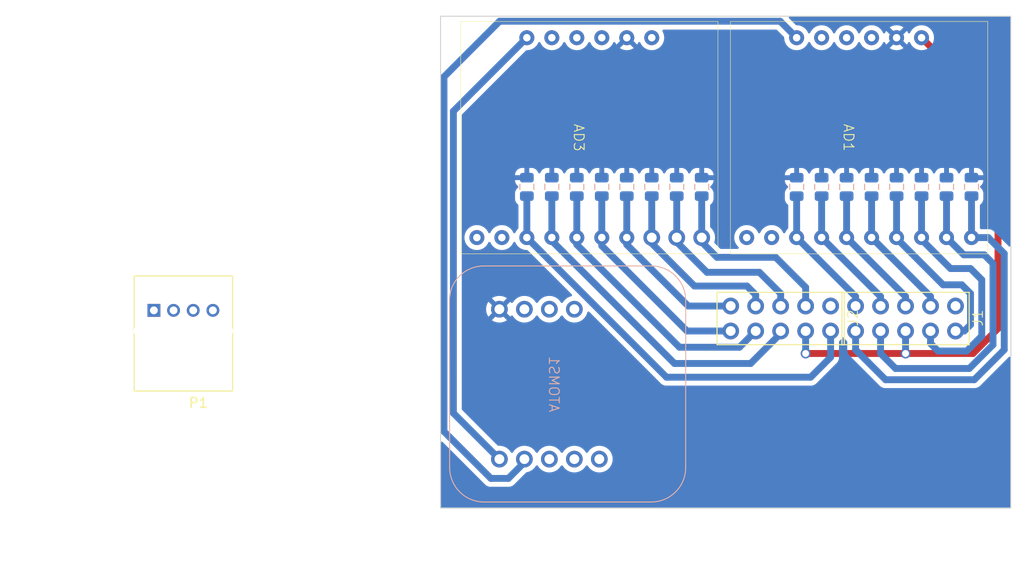
<source format=kicad_pcb>
(kicad_pcb (version 20221018) (generator pcbnew)
  (layers (0 "F.Cu" signal) (31 "B.Cu" signal) (34 "B.Paste" user) (35 "F.Paste" user) (36 "B.SilkS" user "B.Silkscreen") (37 "F.SilkS" user "F.Silkscreen") (38 "B.Mask" user) (39 "F.Mask" user) (44 "Edge.Cuts" user))
  (net 0 "")
  (net 1 "/1_I07")
  (net 2 "/1_I06")
  (net 3 "/1_I05")
  (net 4 "/1_I04")
  (net 5 "+5V")
  (net 6 "/1_I03")
  (net 7 "/1_I02")
  (net 8 "/1_I01")
  (net 9 "/1_I00")
  (net 11 "/2_I07")
  (net 12 "/2_I06")
  (net 13 "/2_I05")
  (net 14 "/2_I04")
  (net 15 "/2_I03")
  (net 16 "/2_I02")
  (net 17 "/2_I00")
  (net 19 "GND2")
  (net 20 "/SCL")
  (net 21 "/SDA")
  (net 22 "/2_I01")
  (net 24 "/G7")
  (net 30 "/G8")
  (footprint "EC_Buying_AD5593:EC Buying AD5593" (layer "F.Cu") (at 54.9656 61.6204 -90)
    (fp_text reference "AD1" (at 0 -10.366 -90 unlocked) (layer "F.SilkS") (effects (font (thickness 0.1))))
    (fp_text value "~")
    (fp_line (start -11.811 -24.511) (end -11.811 1.651) (stroke (width 0.05)) (layer "F.SilkS"))
    (fp_line (start -11.811 -24.511) (end 11.811 -24.511) (stroke (width 0.05)) (layer "F.SilkS"))
    (fp_line (start 11.811 -24.511) (end 11.811 1.651) (stroke (width 0.05)) (layer "F.SilkS"))
    (fp_line (start 11.811 1.651) (end -11.811 1.651) (stroke (width 0.05)) (layer "F.SilkS"))
    (pad "1" thru_hole circle (at -10.16 -17.78 270) (size 1.524 1.524) (drill 0.762) (layers "*.Cu" "*.Mask") (net 5 "+5V"))
    (pad "2" thru_hole circle (at -10.16 -15.24 270) (size 1.524 1.524) (drill 0.762) (layers "*.Cu" "*.Mask") (net 19 "GND2"))
    (pad "3" thru_hole circle (at -10.16 -12.7 270) (size 1.524 1.524) (drill 0.762) (layers "*.Cu" "*.Mask") (net 20 "/SCL"))
    (pad "4" thru_hole circle (at -10.16 -10.16 270) (size 1.524 1.524) (drill 0.762) (layers "*.Cu" "*.Mask") (net 21 "/SDA"))
    (pad "5" thru_hole circle (at -10.16 -7.62 270) (size 1.524 1.524) (drill 0.762) (layers "*.Cu" "*.Mask"))
    (pad "6" thru_hole circle (at -10.16 -5.08 270) (size 1.524 1.524) (drill 0.762) (layers "*.Cu" "*.Mask") (net 24 "/G7"))
    (pad "7" thru_hole circle (at 10.16 0 270) (size 1.524 1.524) (drill 0.762) (layers "*.Cu" "*.Mask"))
    (pad "8" thru_hole circle (at 10.16 -2.54 270) (size 1.524 1.524) (drill 0.762) (layers "*.Cu" "*.Mask"))
    (pad "9" thru_hole circle (at 10.16 -5.08 270) (size 1.524 1.524) (drill 0.762) (layers "*.Cu" "*.Mask") (net 6 "/1_I03"))
    (pad "10" thru_hole circle (at 10.16 -7.62 270) (size 1.524 1.524) (drill 0.762) (layers "*.Cu" "*.Mask") (net 7 "/1_I02"))
    (pad "11" thru_hole circle (at 10.16 -10.16 270) (size 1.524 1.524) (drill 0.762) (layers "*.Cu" "*.Mask") (net 8 "/1_I01"))
    (pad "12" thru_hole circle (at 10.16 -12.7 270) (size 1.524 1.524) (drill 0.762) (layers "*.Cu" "*.Mask") (net 9 "/1_I00"))
    (pad "13" thru_hole circle (at 10.16 -15.24 270) (size 1.524 1.524) (drill 0.762) (layers "*.Cu" "*.Mask") (net 17 "/2_I00"))
    (pad "14" thru_hole circle (at 10.16 -17.78 270) (size 1.524 1.524) (drill 0.762) (layers "*.Cu" "*.Mask") (net 22 "/2_I01"))
    (pad "15" thru_hole circle (at 10.16 -20.32 270) (size 1.524 1.524) (drill 0.762) (layers "*.Cu" "*.Mask") (net 16 "/2_I02"))
    (pad "16" thru_hole circle (at 10.16 -22.86 270) (size 1.524 1.524) (drill 0.762) (layers "*.Cu" "*.Mask") (net 15 "/2_I03"))
  )
  (footprint "EC_Buying_AD5593:EC Buying AD5593" (layer "F.Cu") (at 27.5336 61.6204 -90)
    (fp_text reference "AD3" (at 0 -10.366 -90 unlocked) (layer "F.SilkS") (effects (font (thickness 0.1))))
    (fp_text value "~")
    (fp_line (start -11.811 -24.511) (end -11.811 1.651) (stroke (width 0.05)) (layer "F.SilkS"))
    (fp_line (start -11.811 -24.511) (end 11.811 -24.511) (stroke (width 0.05)) (layer "F.SilkS"))
    (fp_line (start 11.811 -24.511) (end 11.811 1.651) (stroke (width 0.05)) (layer "F.SilkS"))
    (fp_line (start 11.811 1.651) (end -11.811 1.651) (stroke (width 0.05)) (layer "F.SilkS"))
    (pad "1" thru_hole circle (at -10.16 -17.78 270) (size 1.524 1.524) (drill 0.762) (layers "*.Cu" "*.Mask") (net 5 "+5V"))
    (pad "2" thru_hole circle (at -10.16 -15.24 270) (size 1.524 1.524) (drill 0.762) (layers "*.Cu" "*.Mask") (net 19 "GND2"))
    (pad "3" thru_hole circle (at -10.16 -12.7 270) (size 1.524 1.524) (drill 0.762) (layers "*.Cu" "*.Mask") (net 20 "/SCL"))
    (pad "4" thru_hole circle (at -10.16 -10.16 270) (size 1.524 1.524) (drill 0.762) (layers "*.Cu" "*.Mask") (net 21 "/SDA"))
    (pad "5" thru_hole circle (at -10.16 -7.62 270) (size 1.524 1.524) (drill 0.762) (layers "*.Cu" "*.Mask"))
    (pad "6" thru_hole circle (at -10.16 -5.08 270) (size 1.524 1.524) (drill 0.762) (layers "*.Cu" "*.Mask") (net 30 "/G8"))
    (pad "7" thru_hole circle (at 10.16 0 270) (size 1.524 1.524) (drill 0.762) (layers "*.Cu" "*.Mask"))
    (pad "8" thru_hole circle (at 10.16 -2.54 270) (size 1.524 1.524) (drill 0.762) (layers "*.Cu" "*.Mask"))
    (pad "9" thru_hole circle (at 10.16 -5.08 270) (size 1.524 1.524) (drill 0.762) (layers "*.Cu" "*.Mask") (net 14 "/2_I04"))
    (pad "10" thru_hole circle (at 10.16 -7.62 270) (size 1.524 1.524) (drill 0.762) (layers "*.Cu" "*.Mask") (net 13 "/2_I05"))
    (pad "11" thru_hole circle (at 10.16 -10.16 270) (size 1.524 1.524) (drill 0.762) (layers "*.Cu" "*.Mask") (net 12 "/2_I06"))
    (pad "12" thru_hole circle (at 10.16 -12.7 270) (size 1.524 1.524) (drill 0.762) (layers "*.Cu" "*.Mask") (net 11 "/2_I07"))
    (pad "13" thru_hole circle (at 10.16 -15.24 270) (size 1.524 1.524) (drill 0.762) (layers "*.Cu" "*.Mask") (net 1 "/1_I07"))
    (pad "14" thru_hole circle (at 10.16 -17.78 270) (size 1.7 1.7) (drill 1) (layers "*.Cu" "*.Mask") (net 2 "/1_I06"))
    (pad "15" thru_hole circle (at 10.16 -20.32 270) (size 1.7 1.7) (drill 1) (layers "*.Cu" "*.Mask") (net 3 "/1_I05"))
    (pad "16" thru_hole circle (at 10.16 -22.86 270) (size 1.7 1.7) (drill 1) (layers "*.Cu" "*.Mask") (net 4 "/1_I04"))
  )
  (footprint "PCM_4ms_Connector:Pins_2x05_2.54mm_TH" (layer "F.Cu") (at 71.12 80.01 -90)
    (fp_text reference "J1" (at -0.05 -7.35 90) (layer "F.SilkS") (effects (font (thickness 0.1))))
    (fp_text value "Pins_02x05" hide)
    (fp_line (start -2.66 -6.47) (end -2.66 6.47) (stroke (width 0.12)) (layer "F.SilkS"))
    (fp_line (start -2.66 6.47) (end 2.66 6.47) (stroke (width 0.12)) (layer "F.SilkS"))
    (fp_line (start 2.66 -6.47) (end -2.66 -6.47) (stroke (width 0.12)) (layer "F.SilkS"))
    (fp_line (start 2.66 6.47) (end 2.66 -6.47) (stroke (width 0.12)) (layer "F.SilkS"))
    (pad "1" thru_hole oval (at -1.27 -5.08 270) (size 1.7 1.7) (drill 1) (layers "*.Cu" "*.Mask"))
    (pad "2" thru_hole oval (at 1.27 -5.08 270) (size 1.7 1.7) (drill 1) (layers "*.Cu" "*.Mask") (net 17 "/2_I00"))
    (pad "3" thru_hole oval (at -1.27 -2.54 270) (size 1.7 1.7) (drill 1) (layers "*.Cu" "*.Mask") (net 9 "/1_I00"))
    (pad "4" thru_hole oval (at 1.27 -2.54 270) (size 1.7 1.7) (drill 1) (layers "*.Cu" "*.Mask") (net 22 "/2_I01"))
    (pad "5" thru_hole oval (at -1.27 0 270) (size 1.7 1.7) (drill 1) (layers "*.Cu" "*.Mask") (net 8 "/1_I01"))
    (pad "6" thru_hole oval (at 1.27 0 270) (size 1.7 1.7) (drill 1) (layers "*.Cu" "*.Mask") (net 5 "+5V"))
    (pad "7" thru_hole oval (at -1.27 2.54 270) (size 1.7 1.7) (drill 1) (layers "*.Cu" "*.Mask") (net 7 "/1_I02"))
    (pad "8" thru_hole oval (at 1.27 2.54 270) (size 1.7 1.7) (drill 1) (layers "*.Cu" "*.Mask") (net 16 "/2_I02"))
    (pad "9" thru_hole oval (at -1.27 5.08 270) (size 1.7 1.7) (drill 1) (layers "*.Cu" "*.Mask") (net 6 "/1_I03"))
    (pad "10" thru_hole oval (at 1.27 5.08 270) (size 1.7 1.7) (drill 1) (layers "*.Cu" "*.Mask") (net 15 "/2_I03"))
  )
  (footprint "PCM_4ms_Connector:Pins_2x05_2.54mm_TH" (layer "F.Cu") (at 58.42 80.01 -90)
    (fp_text reference "J2" (at -0.05 -7.35 90) (layer "F.SilkS") (effects (font (thickness 0.1))))
    (fp_text value "Pins_02x05" hide)
    (fp_line (start -2.66 -6.47) (end -2.66 6.47) (stroke (width 0.12)) (layer "F.SilkS"))
    (fp_line (start -2.66 6.47) (end 2.66 6.47) (stroke (width 0.12)) (layer "F.SilkS"))
    (fp_line (start 2.66 -6.47) (end -2.66 -6.47) (stroke (width 0.12)) (layer "F.SilkS"))
    (fp_line (start 2.66 6.47) (end 2.66 -6.47) (stroke (width 0.12)) (layer "F.SilkS"))
    (pad "1" thru_hole oval (at -1.27 -5.08 270) (size 1.7 1.7) (drill 1) (layers "*.Cu" "*.Mask"))
    (pad "2" thru_hole oval (at 1.27 -5.08 270) (size 1.7 1.7) (drill 1) (layers "*.Cu" "*.Mask") (net 14 "/2_I04"))
    (pad "3" thru_hole oval (at -1.27 -2.54 270) (size 1.7 1.7) (drill 1) (layers "*.Cu" "*.Mask") (net 4 "/1_I04"))
    (pad "4" thru_hole oval (at 1.27 -2.54 270) (size 1.7 1.7) (drill 1) (layers "*.Cu" "*.Mask") (net 5 "+5V"))
    (pad "5" thru_hole oval (at -1.27 0 270) (size 1.7 1.7) (drill 1) (layers "*.Cu" "*.Mask") (net 3 "/1_I05"))
    (pad "6" thru_hole oval (at 1.27 0 270) (size 1.7 1.7) (drill 1) (layers "*.Cu" "*.Mask") (net 13 "/2_I05"))
    (pad "7" thru_hole oval (at -1.27 2.54 270) (size 1.7 1.7) (drill 1) (layers "*.Cu" "*.Mask") (net 2 "/1_I06"))
    (pad "8" thru_hole oval (at 1.27 2.54 270) (size 1.7 1.7) (drill 1) (layers "*.Cu" "*.Mask") (net 12 "/2_I06"))
    (pad "9" thru_hole oval (at -1.27 5.08 270) (size 1.7 1.7) (drill 1) (layers "*.Cu" "*.Mask") (net 1 "/1_I07"))
    (pad "10" thru_hole oval (at 1.27 5.08 270) (size 1.7 1.7) (drill 1) (layers "*.Cu" "*.Mask") (net 11 "/2_I07"))
  )
  (footprint "Conector Grove:JST_S04B-PASK-2(LF)(SN)" (layer "F.Cu") (at -2.3072 79.18 180)
    (fp_text reference "P1" (at -1.527875 -9.402665 180) (layer "F.SilkS") (effects (font (size 1.001882 1.001882))))
    (fp_text value "S04B-PASK-2(LF)(SN)")
    (fp_line (start -5 -8.2) (end 5 -8.2) (stroke (width 0.127)) (layer "F.SilkS"))
    (fp_line (start -5 3.5) (end -5 -8.2) (stroke (width 0.127)) (layer "F.SilkS"))
    (fp_line (start 5 -8.2) (end 5 3.5) (stroke (width 0.127)) (layer "F.SilkS"))
    (fp_line (start 5 3.5) (end -5 3.5) (stroke (width 0.127)) (layer "F.SilkS"))
    (pad "" np_thru_hole circle (at -4.5 -2.1 180) (size 1.1 1.1) (drill 1.1) (layers "*.Cu" "*.Mask"))
    (pad "" np_thru_hole circle (at 4.5 -2.1 180) (size 1.1 1.1) (drill 1.1) (layers "*.Cu" "*.Mask"))
    (pad "1" thru_hole rect (at 3 0 180) (size 1.308 1.308) (drill 0.8) (layers "*.Cu" "*.Mask") (net 19 "GND2"))
    (pad "2" thru_hole circle (at 1 0 180) (size 1.308 1.308) (drill 0.8) (layers "*.Cu" "*.Mask") (net 5 "+5V"))
    (pad "3" thru_hole circle (at -1 0 180) (size 1.308 1.308) (drill 0.8) (layers "*.Cu" "*.Mask") (net 21 "/SDA"))
    (pad "4" thru_hole circle (at -3 0 180) (size 1.308 1.308) (drill 0.8) (layers "*.Cu" "*.Mask") (net 20 "/SCL"))
  )
  (footprint "PCM_4ms_Resistor:R_0805_2012Metric" (layer "B.Cu") (at 75.2856 66.6265 90)
    (fp_text reference "R11" hide)
    (fp_text value "R_US" hide)
    (fp_line (start -0.258578 -0.71) (end 0.258578 -0.71) (stroke (width 0.12)) (layer "B.SilkS"))
    (fp_line (start -0.258578 0.71) (end 0.258578 0.71) (stroke (width 0.12)) (layer "B.SilkS"))
    (pad "1" smd roundrect (at -0.9375 0 90) (size 0.975 1.4) (layers "B.Cu" "B.Paste" "B.Mask") (net 16 "/2_I02"))
    (pad "2" smd roundrect (at 0.9375 0 90) (size 0.975 1.4) (layers "B.Cu" "B.Paste" "B.Mask") (net 19 "GND2"))
  )
  (footprint "PCM_4ms_Resistor:R_0805_2012Metric" (layer "B.Cu") (at 42.7736 66.6265 90)
    (fp_text reference "R8" hide)
    (fp_text value "R_US" hide)
    (fp_line (start -0.258578 -0.71) (end 0.258578 -0.71) (stroke (width 0.12)) (layer "B.SilkS"))
    (fp_line (start -0.258578 0.71) (end 0.258578 0.71) (stroke (width 0.12)) (layer "B.SilkS"))
    (pad "1" smd roundrect (at -0.9375 0 90) (size 0.975 1.4) (layers "B.Cu" "B.Paste" "B.Mask") (net 1 "/1_I07"))
    (pad "2" smd roundrect (at 0.9375 0 90) (size 0.975 1.4) (layers "B.Cu" "B.Paste" "B.Mask") (net 19 "GND2"))
  )
  (footprint "PCM_4ms_Resistor:R_0805_2012Metric" (layer "B.Cu") (at 65.1256 66.6288 90)
    (fp_text reference "R2" hide)
    (fp_text value "R_US" hide)
    (fp_line (start -0.258578 -0.71) (end 0.258578 -0.71) (stroke (width 0.12)) (layer "B.SilkS"))
    (fp_line (start -0.258578 0.71) (end 0.258578 0.71) (stroke (width 0.12)) (layer "B.SilkS"))
    (pad "1" smd roundrect (at -0.9375 0 90) (size 0.975 1.4) (layers "B.Cu" "B.Paste" "B.Mask") (net 8 "/1_I01"))
    (pad "2" smd roundrect (at 0.9375 0 90) (size 0.975 1.4) (layers "B.Cu" "B.Paste" "B.Mask") (net 19 "GND2"))
  )
  (footprint "PCM_4ms_Resistor:R_0805_2012Metric" (layer "B.Cu") (at 77.8256 66.6242 90)
    (fp_text reference "R12" hide)
    (fp_text value "R_US" hide)
    (fp_line (start -0.258578 -0.71) (end 0.258578 -0.71) (stroke (width 0.12)) (layer "B.SilkS"))
    (fp_line (start -0.258578 0.71) (end 0.258578 0.71) (stroke (width 0.12)) (layer "B.SilkS"))
    (pad "1" smd roundrect (at -0.9375 0 90) (size 0.975 1.4) (layers "B.Cu" "B.Paste" "B.Mask") (net 15 "/2_I03"))
    (pad "2" smd roundrect (at 0.9375 0 90) (size 0.975 1.4) (layers "B.Cu" "B.Paste" "B.Mask") (net 19 "GND2"))
  )
  (footprint "PCM_4ms_Resistor:R_0805_2012Metric" (layer "B.Cu") (at 70.2056 66.6265 90)
    (fp_text reference "R9" hide)
    (fp_text value "R_US" hide)
    (fp_line (start -0.258578 -0.71) (end 0.258578 -0.71) (stroke (width 0.12)) (layer "B.SilkS"))
    (fp_line (start -0.258578 0.71) (end 0.258578 0.71) (stroke (width 0.12)) (layer "B.SilkS"))
    (pad "1" smd roundrect (at -0.9375 0 90) (size 0.975 1.4) (layers "B.Cu" "B.Paste" "B.Mask") (net 17 "/2_I00"))
    (pad "2" smd roundrect (at 0.9375 0 90) (size 0.975 1.4) (layers "B.Cu" "B.Paste" "B.Mask") (net 19 "GND2"))
  )
  (footprint "PCM_4ms_Resistor:R_0805_2012Metric" (layer "B.Cu") (at 45.3136 66.6265 90)
    (fp_text reference "R7" hide)
    (fp_text value "R_US" hide)
    (fp_line (start -0.258578 -0.71) (end 0.258578 -0.71) (stroke (width 0.12)) (layer "B.SilkS"))
    (fp_line (start -0.258578 0.71) (end 0.258578 0.71) (stroke (width 0.12)) (layer "B.SilkS"))
    (pad "1" smd roundrect (at -0.9375 0 90) (size 0.975 1.4) (layers "B.Cu" "B.Paste" "B.Mask") (net 2 "/1_I06"))
    (pad "2" smd roundrect (at 0.9375 0 90) (size 0.975 1.4) (layers "B.Cu" "B.Paste" "B.Mask") (net 19 "GND2"))
  )
  (footprint "PCM_4ms_Resistor:R_0805_2012Metric" (layer "B.Cu") (at 32.6136 66.6242 90)
    (fp_text reference "R13" hide)
    (fp_text value "R_US" hide)
    (fp_line (start -0.258578 -0.71) (end 0.258578 -0.71) (stroke (width 0.12)) (layer "B.SilkS"))
    (fp_line (start -0.258578 0.71) (end 0.258578 0.71) (stroke (width 0.12)) (layer "B.SilkS"))
    (pad "1" smd roundrect (at -0.9375 0 90) (size 0.975 1.4) (layers "B.Cu" "B.Paste" "B.Mask") (net 14 "/2_I04"))
    (pad "2" smd roundrect (at 0.9375 0 90) (size 0.975 1.4) (layers "B.Cu" "B.Paste" "B.Mask") (net 19 "GND2"))
  )
  (footprint "PCM_4ms_Resistor:R_0805_2012Metric" (layer "B.Cu") (at 62.5856 66.6288 90)
    (fp_text reference "R3" hide)
    (fp_text value "R_US" hide)
    (fp_line (start -0.258578 -0.71) (end 0.258578 -0.71) (stroke (width 0.12)) (layer "B.SilkS"))
    (fp_line (start -0.258578 0.71) (end 0.258578 0.71) (stroke (width 0.12)) (layer "B.SilkS"))
    (pad "1" smd roundrect (at -0.9375 0 90) (size 0.975 1.4) (layers "B.Cu" "B.Paste" "B.Mask") (net 7 "/1_I02"))
    (pad "2" smd roundrect (at 0.9375 0 90) (size 0.975 1.4) (layers "B.Cu" "B.Paste" "B.Mask") (net 19 "GND2"))
  )
  (footprint "ATOM_S3:ATOM_S3" (layer "B.Cu") (at 32.3638 87.3648 90)
    (fp_text reference "ATOMS1" (at 0.68 3 270 unlocked) (layer "B.SilkS") (effects (font (thickness 0.1)) (justify mirror)))
    (fp_text value "~")
    (fp_line (start -11.3 12.9) (end -11.3 -4.1) (stroke (width 0.1)) (layer "B.SilkS"))
    (fp_line (start 9.2 -7.62) (end -7.8 -7.6) (stroke (width 0.1)) (layer "B.SilkS"))
    (fp_line (start 9.2 16.4) (end -7.8 16.4) (stroke (width 0.1)) (layer "B.SilkS"))
    (fp_line (start 12.7 -4.12) (end 12.7 12.9) (stroke (width 0.1)) (layer "B.SilkS"))
    (fp_arc (start -11.3 -4.1) (mid -10.274874 -6.574874) (end -7.8 -7.6) (stroke (width 0.1)) (layer "B.SilkS"))
    (fp_arc (start -7.8 16.4) (mid -10.274874 15.374874) (end -11.3 12.9) (stroke (width 0.1)) (layer "B.SilkS"))
    (fp_arc (start 9.2 -7.62) (mid 11.674874 -6.594874) (end 12.7 -4.12) (stroke (width 0.1)) (layer "B.SilkS"))
    (fp_arc (start 12.7 12.9) (mid 11.674874 15.374874) (end 9.2 16.4) (stroke (width 0.1)) (layer "B.SilkS"))
    (pad "1" thru_hole circle (at -6.94 7.62 90) (size 1.7 1.7) (drill 1) (layers "*.Cu" "*.Mask"))
    (pad "2" thru_hole circle (at -6.94 5.08 90) (size 1.7 1.7) (drill 1) (layers "*.Cu" "*.Mask"))
    (pad "3" thru_hole circle (at -6.94 2.54 90) (size 1.7 1.7) (drill 1) (layers "*.Cu" "*.Mask"))
    (pad "4" thru_hole circle (at -6.94 0 90) (size 1.7 1.7) (drill 1) (layers "*.Cu" "*.Mask") (net 24 "/G7"))
    (pad "5" thru_hole circle (at -6.94 -2.54 90) (size 1.7 1.7) (drill 1) (layers "*.Cu" "*.Mask") (net 30 "/G8"))
    (pad "10" thru_hole circle (at 8.3 -2.54 90) (size 1.7 1.7) (drill 1) (layers "*.Cu" "*.Mask") (net 19 "GND2"))
    (pad "11" thru_hole circle (at 8.3 0 90) (size 1.7 1.7) (drill 1) (layers "*.Cu" "*.Mask") (net 5 "+5V"))
    (pad "12" thru_hole circle (at 8.3 2.54 90) (size 1.7 1.7) (drill 1) (layers "*.Cu" "*.Mask"))
    (pad "13" thru_hole circle (at 8.3 5.08 90) (size 1.7 1.7) (drill 1) (layers "*.Cu" "*.Mask"))
  )
  (footprint "PCM_4ms_Resistor:R_0805_2012Metric" (layer "B.Cu") (at 40.2336 66.6242 90)
    (fp_text reference "R16" hide)
    (fp_text value "R_US" hide)
    (fp_line (start -0.258578 -0.71) (end 0.258578 -0.71) (stroke (width 0.12)) (layer "B.SilkS"))
    (fp_line (start -0.258578 0.71) (end 0.258578 0.71) (stroke (width 0.12)) (layer "B.SilkS"))
    (pad "1" smd roundrect (at -0.9375 0 90) (size 0.975 1.4) (layers "B.Cu" "B.Paste" "B.Mask") (net 11 "/2_I07"))
    (pad "2" smd roundrect (at 0.9375 0 90) (size 0.975 1.4) (layers "B.Cu" "B.Paste" "B.Mask") (net 19 "GND2"))
  )
  (footprint "PCM_4ms_Resistor:R_0805_2012Metric" (layer "B.Cu") (at 47.8536 66.6265 90)
    (fp_text reference "R6" hide)
    (fp_text value "R_US" hide)
    (fp_line (start -0.258578 -0.71) (end 0.258578 -0.71) (stroke (width 0.12)) (layer "B.SilkS"))
    (fp_line (start -0.258578 0.71) (end 0.258578 0.71) (stroke (width 0.12)) (layer "B.SilkS"))
    (pad "1" smd roundrect (at -0.9375 0 90) (size 0.975 1.4) (layers "B.Cu" "B.Paste" "B.Mask") (net 3 "/1_I05"))
    (pad "2" smd roundrect (at 0.9375 0 90) (size 0.975 1.4) (layers "B.Cu" "B.Paste" "B.Mask") (net 19 "GND2"))
  )
  (footprint "PCM_4ms_Resistor:R_0805_2012Metric" (layer "B.Cu") (at 35.1536 66.6242 90)
    (fp_text reference "R14" hide)
    (fp_text value "R_US" hide)
    (fp_line (start -0.258578 -0.71) (end 0.258578 -0.71) (stroke (width 0.12)) (layer "B.SilkS"))
    (fp_line (start -0.258578 0.71) (end 0.258578 0.71) (stroke (width 0.12)) (layer "B.SilkS"))
    (pad "1" smd roundrect (at -0.9375 0 90) (size 0.975 1.4) (layers "B.Cu" "B.Paste" "B.Mask") (net 13 "/2_I05"))
    (pad "2" smd roundrect (at 0.9375 0 90) (size 0.975 1.4) (layers "B.Cu" "B.Paste" "B.Mask") (net 19 "GND2"))
  )
  (footprint "PCM_4ms_Resistor:R_0805_2012Metric" (layer "B.Cu") (at 50.3936 66.6265 90)
    (fp_text reference "R5" hide)
    (fp_text value "R_US" hide)
    (fp_line (start -0.258578 -0.71) (end 0.258578 -0.71) (stroke (width 0.12)) (layer "B.SilkS"))
    (fp_line (start -0.258578 0.71) (end 0.258578 0.71) (stroke (width 0.12)) (layer "B.SilkS"))
    (pad "1" smd roundrect (at -0.9375 0 90) (size 0.975 1.4) (layers "B.Cu" "B.Paste" "B.Mask") (net 4 "/1_I04"))
    (pad "2" smd roundrect (at 0.9375 0 90) (size 0.975 1.4) (layers "B.Cu" "B.Paste" "B.Mask") (net 19 "GND2"))
  )
  (footprint "PCM_4ms_Resistor:R_0805_2012Metric" (layer "B.Cu") (at 72.7456 66.6265 90)
    (fp_text reference "R10" hide)
    (fp_text value "R_US" hide)
    (fp_line (start -0.258578 -0.71) (end 0.258578 -0.71) (stroke (width 0.12)) (layer "B.SilkS"))
    (fp_line (start -0.258578 0.71) (end 0.258578 0.71) (stroke (width 0.12)) (layer "B.SilkS"))
    (pad "1" smd roundrect (at -0.9375 0 90) (size 0.975 1.4) (layers "B.Cu" "B.Paste" "B.Mask") (net 22 "/2_I01"))
    (pad "2" smd roundrect (at 0.9375 0 90) (size 0.975 1.4) (layers "B.Cu" "B.Paste" "B.Mask") (net 19 "GND2"))
  )
  (footprint "PCM_4ms_Resistor:R_0805_2012Metric" (layer "B.Cu") (at 37.6936 66.6242 90)
    (fp_text reference "R15" hide)
    (fp_text value "R_US" hide)
    (fp_line (start -0.258578 -0.71) (end 0.258578 -0.71) (stroke (width 0.12)) (layer "B.SilkS"))
    (fp_line (start -0.258578 0.71) (end 0.258578 0.71) (stroke (width 0.12)) (layer "B.SilkS"))
    (pad "1" smd roundrect (at -0.9375 0 90) (size 0.975 1.4) (layers "B.Cu" "B.Paste" "B.Mask") (net 12 "/2_I06"))
    (pad "2" smd roundrect (at 0.9375 0 90) (size 0.975 1.4) (layers "B.Cu" "B.Paste" "B.Mask") (net 19 "GND2"))
  )
  (footprint "PCM_4ms_Resistor:R_0805_2012Metric" (layer "B.Cu") (at 60.0456 66.6288 90)
    (fp_text reference "R4" hide)
    (fp_text value "R_US" hide)
    (fp_line (start -0.258578 -0.71) (end 0.258578 -0.71) (stroke (width 0.12)) (layer "B.SilkS"))
    (fp_line (start -0.258578 0.71) (end 0.258578 0.71) (stroke (width 0.12)) (layer "B.SilkS"))
    (pad "1" smd roundrect (at -0.9375 0 90) (size 0.975 1.4) (layers "B.Cu" "B.Paste" "B.Mask") (net 6 "/1_I03"))
    (pad "2" smd roundrect (at 0.9375 0 90) (size 0.975 1.4) (layers "B.Cu" "B.Paste" "B.Mask") (net 19 "GND2"))
  )
  (footprint "PCM_4ms_Resistor:R_0805_2012Metric" (layer "B.Cu") (at 67.6656 66.6288 90)
    (fp_text reference "R1" hide)
    (fp_text value "R_US" hide)
    (fp_line (start -0.258578 -0.71) (end 0.258578 -0.71) (stroke (width 0.12)) (layer "B.SilkS"))
    (fp_line (start -0.258578 0.71) (end 0.258578 0.71) (stroke (width 0.12)) (layer "B.SilkS"))
    (pad "1" smd roundrect (at -0.9375 0 90) (size 0.975 1.4) (layers "B.Cu" "B.Paste" "B.Mask") (net 9 "/1_I00"))
    (pad "2" smd roundrect (at 0.9375 0 90) (size 0.975 1.4) (layers "B.Cu" "B.Paste" "B.Mask") (net 19 "GND2"))
  )
  (gr_rect (start 23.8379 49.276) (end 81.8261 99.2886) (stroke (width 0.1)) (fill none) (layer "Edge.Cuts"))
  (segment (start 42.7736 71.7804) (end 42.7736 67.564) (width 0.7) (layer "B.Cu") (net 1))
  (segment (start 53.34 78.74) (end 49.022 78.74) (width 0.7) (layer "B.Cu") (net 1))
  (segment (start 49.022 78.74) (end 42.7736 72.4916) (width 0.7) (layer "B.Cu") (net 1))
  (segment (start 42.7736 72.4916) (end 42.7736 71.7804) (width 0.7) (layer "B.Cu") (net 1))
  (segment (start 45.3136 71.7804) (end 45.3136 67.564) (width 0.7) (layer "B.Cu") (net 2))
  (segment (start 55.88 77.597) (end 55.88 78.74) (width 0.7) (layer "B.Cu") (net 2))
  (segment (start 54.991 76.708) (end 55.88 77.597) (width 0.7) (layer "B.Cu") (net 2))
  (segment (start 45.3136 71.7804) (end 45.3136 72.3646) (width 0.7) (layer "B.Cu") (net 2))
  (segment (start 49.657 76.708) (end 54.991 76.708) (width 0.7) (layer "B.Cu") (net 2))
  (segment (start 45.3136 72.3646) (end 49.657 76.708) (width 0.7) (layer "B.Cu") (net 2))
  (segment (start 47.8536 71.7804) (end 47.8536 67.564) (width 0.7) (layer "B.Cu") (net 3))
  (segment (start 47.8536 71.7804) (end 47.8536 72.2376) (width 0.7) (layer "B.Cu") (net 3))
  (segment (start 47.8536 72.2376) (end 50.927 75.311) (width 0.7) (layer "B.Cu") (net 3))
  (segment (start 50.927 75.311) (end 56.261 75.311) (width 0.7) (layer "B.Cu") (net 3))
  (segment (start 58.42 77.47) (end 58.42 78.74) (width 0.7) (layer "B.Cu") (net 3))
  (segment (start 56.261 75.311) (end 58.42 77.47) (width 0.7) (layer "B.Cu") (net 3))
  (segment (start 57.912 73.787) (end 60.96 76.835) (width 0.7) (layer "B.Cu") (net 4))
  (segment (start 60.96 76.835) (end 60.96 78.74) (width 0.7) (layer "B.Cu") (net 4))
  (segment (start 51.943 73.787) (end 57.912 73.787) (width 0.7) (layer "B.Cu") (net 4))
  (segment (start 50.3936 71.7804) (end 50.3936 72.2376) (width 0.7) (layer "B.Cu") (net 4))
  (segment (start 50.3936 71.7804) (end 50.3936 67.564) (width 0.7) (layer "B.Cu") (net 4))
  (segment (start 50.3936 72.2376) (end 51.943 73.787) (width 0.7) (layer "B.Cu") (net 4))
  (segment (start 71.12 83.566) (end 77.978 83.566) (width 0.7) (layer "F.Cu") (net 5))
  (segment (start 77.978 83.566) (end 80.518 81.026) (width 0.7) (layer "F.Cu") (net 5))
  (segment (start 80.518 59.2328) (end 72.7456 51.4604) (width 0.7) (layer "F.Cu") (net 5))
  (segment (start 80.518 81.026) (end 80.518 59.2328) (width 0.7) (layer "F.Cu") (net 5))
  (segment (start 60.96 83.566) (end 71.12 83.566) (width 0.7) (layer "F.Cu") (net 5))
  (via (at 71.12 83.566) (size 1) (drill 0.7) (layers "F.Cu" "B.Cu") (net 5))
  (via (at 60.96 83.566) (size 1) (drill 0.7) (layers "F.Cu" "B.Cu") (net 5))
  (segment (start 60.96 83.566) (end 60.96 81.28) (width 0.7) (layer "B.Cu") (net 5))
  (segment (start 71.12 83.566) (end 71.12 81.28) (width 0.7) (layer "B.Cu") (net 5))
  (segment (start 60.0456 71.7804) (end 60.0456 67.5663) (width 0.7) (layer "B.Cu") (net 6))
  (segment (start 60.0456 71.7804) (end 66.04 77.7748) (width 0.7) (layer "B.Cu") (net 6))
  (segment (start 66.04 77.7748) (end 66.04 78.74) (width 0.7) (layer "B.Cu") (net 6))
  (segment (start 62.5856 71.7804) (end 68.58 77.7748) (width 0.7) (layer "B.Cu") (net 7))
  (segment (start 62.5856 71.7804) (end 62.5856 67.5663) (width 0.7) (layer "B.Cu") (net 7))
  (segment (start 68.58 77.7748) (end 68.58 78.74) (width 0.7) (layer "B.Cu") (net 7))
  (segment (start 71.12 77.7748) (end 71.12 78.74) (width 0.7) (layer "B.Cu") (net 8))
  (segment (start 65.1256 71.7804) (end 71.12 77.7748) (width 0.7) (layer "B.Cu") (net 8))
  (segment (start 65.1256 71.7804) (end 65.1256 67.5663) (width 0.7) (layer "B.Cu") (net 8))
  (segment (start 73.66 77.7748) (end 73.66 78.74) (width 0.7) (layer "B.Cu") (net 9))
  (segment (start 67.6656 71.7804) (end 73.66 77.7748) (width 0.7) (layer "B.Cu") (net 9))
  (segment (start 67.6656 71.7804) (end 67.6656 67.5663) (width 0.7) (layer "B.Cu") (net 9))
  (segment (start 40.2336 72.6186) (end 40.2336 71.7804) (width 0.7) (layer "B.Cu") (net 11))
  (segment (start 40.2336 71.7804) (end 40.2336 67.5617) (width 0.7) (layer "B.Cu") (net 11))
  (segment (start 53.34 81.28) (end 48.895 81.28) (width 0.7) (layer "B.Cu") (net 11))
  (segment (start 48.895 81.28) (end 40.2336 72.6186) (width 0.7) (layer "B.Cu") (net 11))
  (segment (start 54.229 82.931) (end 55.88 81.28) (width 0.7) (layer "B.Cu") (net 12))
  (segment (start 37.6936 71.7804) (end 37.6936 67.5617) (width 0.7) (layer "B.Cu") (net 12))
  (segment (start 37.6936 72.4916) (end 48.133 82.931) (width 0.7) (layer "B.Cu") (net 12))
  (segment (start 48.133 82.931) (end 54.229 82.931) (width 0.7) (layer "B.Cu") (net 12))
  (segment (start 37.6936 71.7804) (end 37.6936 72.4916) (width 0.7) (layer "B.Cu") (net 12))
  (segment (start 35.1536 71.7804) (end 35.1536 72.1106) (width 0.7) (layer "B.Cu") (net 13))
  (segment (start 55.372 84.582) (end 58.42 81.534) (width 0.7) (layer "B.Cu") (net 13))
  (segment (start 47.625 84.582) (end 55.372 84.582) (width 0.7) (layer "B.Cu") (net 13))
  (segment (start 35.1536 71.7804) (end 35.1536 67.5617) (width 0.7) (layer "B.Cu") (net 13))
  (segment (start 58.42 81.534) (end 58.42 81.28) (width 0.7) (layer "B.Cu") (net 13))
  (segment (start 35.1536 72.1106) (end 47.625 84.582) (width 0.7) (layer "B.Cu") (net 13))
  (segment (start 32.6136 71.7804) (end 32.6136 67.5617) (width 0.7) (layer "B.Cu") (net 14))
  (segment (start 46.8122 85.979) (end 61.468 85.979) (width 0.7) (layer "B.Cu") (net 14))
  (segment (start 63.5 83.947) (end 63.5 81.28) (width 0.7) (layer "B.Cu") (net 14))
  (segment (start 61.468 85.979) (end 63.5 83.947) (width 0.7) (layer "B.Cu") (net 14))
  (segment (start 32.6136 71.7804) (end 46.8122 85.979) (width 0.7) (layer "B.Cu") (net 14))
  (segment (start 78.105 86.233) (end 69.088 86.233) (width 0.7) (layer "B.Cu") (net 15))
  (segment (start 77.8256 71.7804) (end 77.8256 67.5617) (width 0.7) (layer "B.Cu") (net 15))
  (segment (start 66.04 83.185) (end 66.04 81.28) (width 0.7) (layer "B.Cu") (net 15))
  (segment (start 69.088 86.233) (end 66.04 83.185) (width 0.7) (layer "B.Cu") (net 15))
  (segment (start 79.5274 71.7804) (end 81.153 73.406) (width 0.7) (layer "B.Cu") (net 15))
  (segment (start 77.8256 71.7804) (end 79.5274 71.7804) (width 0.7) (layer "B.Cu") (net 15))
  (segment (start 81.153 73.406) (end 81.153 83.185) (width 0.7) (layer "B.Cu") (net 15))
  (segment (start 81.153 83.185) (end 78.105 86.233) (width 0.7) (layer "B.Cu") (net 15))
  (segment (start 77.0382 73.533) (end 79.121 73.533) (width 0.7) (layer "B.Cu") (net 16))
  (segment (start 80.01 82.677) (end 77.597 85.09) (width 0.7) (layer "B.Cu") (net 16))
  (segment (start 80.01 74.422) (end 80.01 82.677) (width 0.7) (layer "B.Cu") (net 16))
  (segment (start 70.104 85.09) (end 68.58 83.566) (width 0.7) (layer "B.Cu") (net 16))
  (segment (start 75.2856 71.7804) (end 77.0382 73.533) (width 0.7) (layer "B.Cu") (net 16))
  (segment (start 75.2856 71.7804) (end 75.2856 67.564) (width 0.7) (layer "B.Cu") (net 16))
  (segment (start 68.58 83.566) (end 68.58 81.28) (width 0.7) (layer "B.Cu") (net 16))
  (segment (start 79.121 73.533) (end 80.01 74.422) (width 0.7) (layer "B.Cu") (net 16))
  (segment (start 77.597 85.09) (end 70.104 85.09) (width 0.7) (layer "B.Cu") (net 16))
  (segment (start 77.724 80.645) (end 77.089 81.28) (width 0.7) (layer "B.Cu") (net 17))
  (segment (start 70.2056 71.8566) (end 74.93 76.581) (width 0.7) (layer "B.Cu") (net 17))
  (segment (start 77.089 81.28) (end 76.2 81.28) (width 0.7) (layer "B.Cu") (net 17))
  (segment (start 77.724 77.47) (end 77.724 80.645) (width 0.7) (layer "B.Cu") (net 17))
  (segment (start 70.2056 71.7804) (end 70.2056 67.564) (width 0.7) (layer "B.Cu") (net 17))
  (segment (start 74.93 76.581) (end 76.835 76.581) (width 0.7) (layer "B.Cu") (net 17))
  (segment (start 70.2056 71.7804) (end 70.2056 71.8566) (width 0.7) (layer "B.Cu") (net 17))
  (segment (start 76.835 76.581) (end 77.724 77.47) (width 0.7) (layer "B.Cu") (net 17))
  (segment (start 78.867 81.788) (end 77.343 83.312) (width 0.7) (layer "B.Cu") (net 22))
  (segment (start 78.867 76.073) (end 78.867 81.788) (width 0.7) (layer "B.Cu") (net 22))
  (segment (start 73.66 82.55) (end 73.66 81.28) (width 0.7) (layer "B.Cu") (net 22))
  (segment (start 72.7456 71.9836) (end 75.692 74.93) (width 0.7) (layer "B.Cu") (net 22))
  (segment (start 77.724 74.93) (end 78.867 76.073) (width 0.7) (layer "B.Cu") (net 22))
  (segment (start 77.343 83.312) (end 74.422 83.312) (width 0.7) (layer "B.Cu") (net 22))
  (segment (start 75.692 74.93) (end 77.724 74.93) (width 0.7) (layer "B.Cu") (net 22))
  (segment (start 74.422 83.312) (end 73.66 82.55) (width 0.7) (layer "B.Cu") (net 22))
  (segment (start 72.7456 71.7804) (end 72.7456 67.564) (width 0.7) (layer "B.Cu") (net 22))
  (segment (start 72.7456 71.7804) (end 72.7456 71.9836) (width 0.7) (layer "B.Cu") (net 22))
  (segment (start 29.843 49.784) (end 58.3692 49.784) (width 0.7) (layer "B.Cu") (net 24))
  (segment (start 32.3638 94.3048) (end 32.3638 94.6362) (width 0.7) (layer "B.Cu") (net 24))
  (segment (start 28.956 96.266) (end 24.1879 91.4979) (width 0.7) (layer "B.Cu") (net 24))
  (segment (start 24.1879 91.4979) (end 24.1879 55.4391) (width 0.7) (layer "B.Cu") (net 24))
  (segment (start 58.3692 49.784) (end 60.0456 51.4604) (width 0.7) (layer "B.Cu") (net 24))
  (segment (start 32.3638 94.6362) (end 30.734 96.266) (width 0.7) (layer "B.Cu") (net 24))
  (segment (start 24.1879 55.4391) (end 29.843 49.784) (width 0.7) (layer "B.Cu") (net 24))
  (segment (start 30.734 96.266) (end 28.956 96.266) (width 0.7) (layer "B.Cu") (net 24))
  (segment (start 29.8238 94.3048) (end 25.146 89.627) (width 0.7) (layer "B.Cu") (net 30))
  (segment (start 25.146 58.928) (end 32.6136 51.4604) (width 0.7) (layer "B.Cu") (net 30))
  (segment (start 25.146 89.627) (end 25.146 58.928) (width 0.7) (layer "B.Cu") (net 30))
  (zone (net 19) (net_name "GND2") (layer "B.Cu") (connect_pads (clearance 0.5)) (min_thickness 0.25) (fill yes (thermal_gap 0.5) (thermal_bridge_width 0.5))
    (polygon (pts (xy 22.479 47.8536) (xy 82.3214 47.625) (xy 83.185 104.6988) (xy 23.1902 104.9782)))
  )
)
</source>
